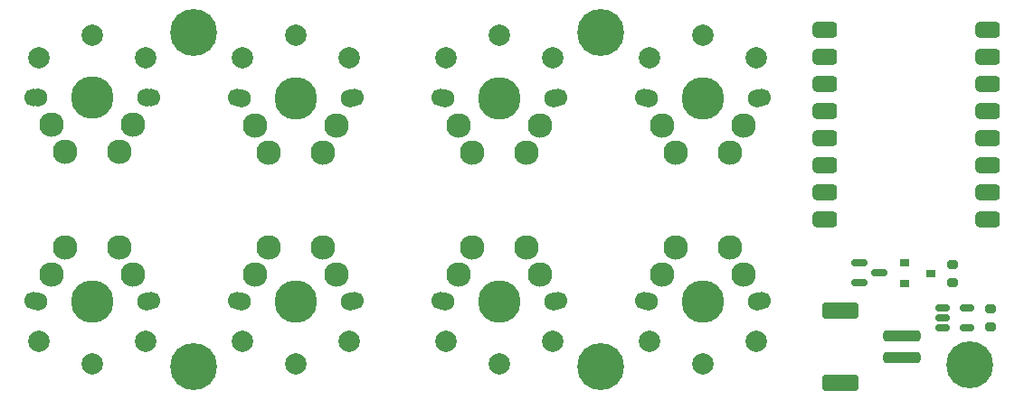
<source format=gbr>
%TF.GenerationSoftware,KiCad,Pcbnew,7.0.7*%
%TF.CreationDate,2023-09-02T22:33:14+10:00*%
%TF.ProjectId,artsey,61727473-6579-42e6-9b69-6361645f7063,rev?*%
%TF.SameCoordinates,Original*%
%TF.FileFunction,Soldermask,Top*%
%TF.FilePolarity,Negative*%
%FSLAX46Y46*%
G04 Gerber Fmt 4.6, Leading zero omitted, Abs format (unit mm)*
G04 Created by KiCad (PCBNEW 7.0.7) date 2023-09-02 22:33:14*
%MOMM*%
%LPD*%
G01*
G04 APERTURE LIST*
G04 Aperture macros list*
%AMRoundRect*
0 Rectangle with rounded corners*
0 $1 Rounding radius*
0 $2 $3 $4 $5 $6 $7 $8 $9 X,Y pos of 4 corners*
0 Add a 4 corners polygon primitive as box body*
4,1,4,$2,$3,$4,$5,$6,$7,$8,$9,$2,$3,0*
0 Add four circle primitives for the rounded corners*
1,1,$1+$1,$2,$3*
1,1,$1+$1,$4,$5*
1,1,$1+$1,$6,$7*
1,1,$1+$1,$8,$9*
0 Add four rect primitives between the rounded corners*
20,1,$1+$1,$2,$3,$4,$5,0*
20,1,$1+$1,$4,$5,$6,$7,0*
20,1,$1+$1,$6,$7,$8,$9,0*
20,1,$1+$1,$8,$9,$2,$3,0*%
G04 Aperture macros list end*
%ADD10C,1.700000*%
%ADD11C,3.400000*%
%ADD12C,2.000000*%
%ADD13C,1.750000*%
%ADD14C,3.987800*%
%ADD15C,2.300000*%
%ADD16RoundRect,0.150000X-0.512500X-0.150000X0.512500X-0.150000X0.512500X0.150000X-0.512500X0.150000X0*%
%ADD17C,4.400000*%
%ADD18RoundRect,0.250000X-1.500000X0.250000X-1.500000X-0.250000X1.500000X-0.250000X1.500000X0.250000X0*%
%ADD19RoundRect,0.250001X-1.449999X0.499999X-1.449999X-0.499999X1.449999X-0.499999X1.449999X0.499999X0*%
%ADD20RoundRect,0.200000X0.275000X-0.200000X0.275000X0.200000X-0.275000X0.200000X-0.275000X-0.200000X0*%
%ADD21RoundRect,0.150000X-0.587500X-0.150000X0.587500X-0.150000X0.587500X0.150000X-0.587500X0.150000X0*%
%ADD22RoundRect,0.381000X-0.762000X-0.381000X0.762000X-0.381000X0.762000X0.381000X-0.762000X0.381000X0*%
%ADD23R,0.900000X0.800000*%
G04 APERTURE END LIST*
D10*
%TO.C,SW7*%
X67125000Y-53575000D03*
D11*
X72625000Y-53575000D03*
D10*
X78125000Y-53575000D03*
D12*
X67625000Y-57375000D03*
X77625000Y-57375000D03*
X72625000Y-59475000D03*
%TD*%
D13*
%TO.C,SW9*%
X39605000Y-34525000D03*
D14*
X34525000Y-34525000D03*
D13*
X29445000Y-34525000D03*
D15*
X38335000Y-37065000D03*
X37065000Y-39605000D03*
X31985000Y-39605000D03*
X30715000Y-37065000D03*
%TD*%
D16*
%TO.C,U3*%
X114151076Y-54173392D03*
X114151076Y-55123392D03*
X114151076Y-56073392D03*
X116426076Y-56073392D03*
X116426076Y-54173392D03*
%TD*%
D17*
%TO.C,REF\u002A\u002A*%
X116681152Y-59531200D03*
%TD*%
D13*
%TO.C,SW10*%
X58638232Y-34528096D03*
D14*
X53558232Y-34528096D03*
D13*
X48478232Y-34528096D03*
D15*
X57368232Y-37068096D03*
X56098232Y-39608096D03*
X51018232Y-39608096D03*
X49748232Y-37068096D03*
%TD*%
D13*
%TO.C,SW13*%
X29458020Y-53597928D03*
D14*
X34538020Y-53597928D03*
D13*
X39618020Y-53597928D03*
D15*
X30728020Y-51057928D03*
X31998020Y-48517928D03*
X37078020Y-48517928D03*
X38348020Y-51057928D03*
%TD*%
D10*
%TO.C,SW8*%
X86175000Y-53575000D03*
D11*
X91675000Y-53575000D03*
D10*
X97175000Y-53575000D03*
D12*
X86675000Y-57375000D03*
X96675000Y-57375000D03*
X91675000Y-59475000D03*
%TD*%
D13*
%TO.C,SW12*%
X96738200Y-34528096D03*
D14*
X91658200Y-34528096D03*
D13*
X86578200Y-34528096D03*
D15*
X95468200Y-37068096D03*
X94198200Y-39608096D03*
X89118200Y-39608096D03*
X87848200Y-37068096D03*
%TD*%
D18*
%TO.C,BT1*%
X110281548Y-56852296D03*
X110281548Y-58852296D03*
D19*
X104531548Y-54502296D03*
X104531548Y-61202296D03*
%TD*%
D13*
%TO.C,SW14*%
X48488156Y-53597928D03*
D14*
X53568156Y-53597928D03*
D13*
X58648156Y-53597928D03*
D15*
X49758156Y-51057928D03*
X51028156Y-48517928D03*
X56108156Y-48517928D03*
X57378156Y-51057928D03*
%TD*%
D10*
%TO.C,SW3*%
X78125000Y-34525000D03*
D11*
X72625000Y-34525000D03*
D10*
X67125000Y-34525000D03*
D12*
X77625000Y-30725000D03*
X67625000Y-30725000D03*
X72625000Y-28625000D03*
%TD*%
D10*
%TO.C,SW1*%
X40025000Y-34525000D03*
D11*
X34525000Y-34525000D03*
D10*
X29025000Y-34525000D03*
D12*
X39525000Y-30725000D03*
X29525000Y-30725000D03*
X34525000Y-28625000D03*
%TD*%
D13*
%TO.C,SW15*%
X67538140Y-53597928D03*
D14*
X72618140Y-53597928D03*
D13*
X77698140Y-53597928D03*
D15*
X68808140Y-51057928D03*
X70078140Y-48517928D03*
X75158140Y-48517928D03*
X76428140Y-51057928D03*
%TD*%
D13*
%TO.C,SW16*%
X86588124Y-53597928D03*
D14*
X91668124Y-53597928D03*
D13*
X96748124Y-53597928D03*
D15*
X87858124Y-51057928D03*
X89128124Y-48517928D03*
X94208124Y-48517928D03*
X95478124Y-51057928D03*
%TD*%
D20*
%TO.C,R2*%
X115044044Y-51805036D03*
X115044044Y-50155036D03*
%TD*%
%TO.C,R1*%
X118615916Y-55972220D03*
X118615916Y-54322220D03*
%TD*%
D13*
%TO.C,SW11*%
X77698140Y-34547944D03*
D14*
X72618140Y-34547944D03*
D13*
X67538140Y-34547944D03*
D15*
X76428140Y-37087944D03*
X75158140Y-39627944D03*
X70078140Y-39627944D03*
X68808140Y-37087944D03*
%TD*%
D21*
%TO.C,U4*%
X106322956Y-49949176D03*
X106322956Y-51849176D03*
X108197956Y-50899176D03*
%TD*%
D10*
%TO.C,SW2*%
X59075000Y-34525000D03*
D11*
X53575000Y-34525000D03*
D10*
X48075000Y-34525000D03*
D12*
X58575000Y-30725000D03*
X48575000Y-30725000D03*
X53575000Y-28625000D03*
%TD*%
D10*
%TO.C,SW4*%
X97175000Y-34525000D03*
D11*
X91675000Y-34525000D03*
D10*
X86175000Y-34525000D03*
D12*
X96675000Y-30725000D03*
X86675000Y-30725000D03*
X91675000Y-28625000D03*
%TD*%
D17*
%TO.C,REF\u002A\u002A*%
X82153056Y-28426148D03*
%TD*%
%TO.C,REF\u002A\u002A*%
X44053088Y-28426148D03*
%TD*%
D10*
%TO.C,SW6*%
X48075000Y-53575000D03*
D11*
X53575000Y-53575000D03*
D10*
X59075000Y-53575000D03*
D12*
X48575000Y-57375000D03*
X58575000Y-57375000D03*
X53575000Y-59475000D03*
%TD*%
D17*
%TO.C,REF\u002A\u002A*%
X82153056Y-59680028D03*
%TD*%
D22*
%TO.C,U1*%
X118318260Y-28128492D03*
X118318260Y-30668492D03*
X118318260Y-33208492D03*
X118318260Y-35748492D03*
X118318260Y-38288492D03*
X118318260Y-40828492D03*
X118318260Y-43368492D03*
X118318260Y-45908492D03*
X103078260Y-28128492D03*
X103078260Y-30668492D03*
X103078260Y-33208492D03*
X103078260Y-35748492D03*
X103078260Y-38288492D03*
X103078260Y-40828492D03*
X103078260Y-43368492D03*
X103078260Y-45908492D03*
%TD*%
D10*
%TO.C,SW5*%
X29025000Y-53575000D03*
D11*
X34525000Y-53575000D03*
D10*
X40025000Y-53575000D03*
D12*
X29525000Y-57375000D03*
X39525000Y-57375000D03*
X34525000Y-59475000D03*
%TD*%
D17*
%TO.C,REF\u002A\u002A*%
X44053088Y-59680028D03*
%TD*%
D23*
%TO.C,Q1*%
X110579204Y-50006208D03*
X110579204Y-51906208D03*
X112979204Y-50956208D03*
%TD*%
M02*

</source>
